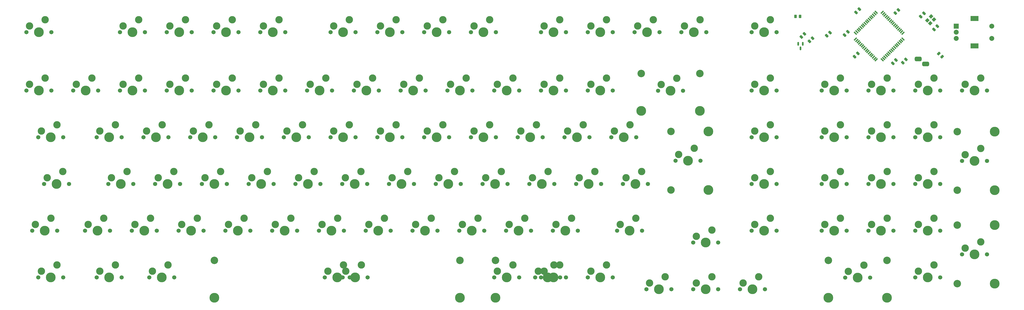
<source format=gbr>
%TF.GenerationSoftware,KiCad,Pcbnew,(6.0.4)*%
%TF.CreationDate,2022-05-16T22:22:17+02:00*%
%TF.ProjectId,pcb-rounded,7063622d-726f-4756-9e64-65642e6b6963,rev?*%
%TF.SameCoordinates,Original*%
%TF.FileFunction,Soldermask,Top*%
%TF.FilePolarity,Negative*%
%FSLAX46Y46*%
G04 Gerber Fmt 4.6, Leading zero omitted, Abs format (unit mm)*
G04 Created by KiCad (PCBNEW (6.0.4)) date 2022-05-16 22:22:17*
%MOMM*%
%LPD*%
G01*
G04 APERTURE LIST*
G04 Aperture macros list*
%AMRoundRect*
0 Rectangle with rounded corners*
0 $1 Rounding radius*
0 $2 $3 $4 $5 $6 $7 $8 $9 X,Y pos of 4 corners*
0 Add a 4 corners polygon primitive as box body*
4,1,4,$2,$3,$4,$5,$6,$7,$8,$9,$2,$3,0*
0 Add four circle primitives for the rounded corners*
1,1,$1+$1,$2,$3*
1,1,$1+$1,$4,$5*
1,1,$1+$1,$6,$7*
1,1,$1+$1,$8,$9*
0 Add four rect primitives between the rounded corners*
20,1,$1+$1,$2,$3,$4,$5,0*
20,1,$1+$1,$4,$5,$6,$7,0*
20,1,$1+$1,$6,$7,$8,$9,0*
20,1,$1+$1,$8,$9,$2,$3,0*%
%AMRotRect*
0 Rectangle, with rotation*
0 The origin of the aperture is its center*
0 $1 length*
0 $2 width*
0 $3 Rotation angle, in degrees counterclockwise*
0 Add horizontal line*
21,1,$1,$2,0,0,$3*%
G04 Aperture macros list end*
%ADD10RoundRect,0.450000X-0.950000X-0.450000X0.950000X-0.450000X0.950000X0.450000X-0.950000X0.450000X0*%
%ADD11C,1.701800*%
%ADD12C,3.987800*%
%ADD13C,3.000000*%
%ADD14RoundRect,0.250000X-0.132583X0.503814X-0.503814X0.132583X0.132583X-0.503814X0.503814X-0.132583X0*%
%ADD15RoundRect,0.250000X0.159099X-0.512652X0.512652X-0.159099X-0.159099X0.512652X-0.512652X0.159099X0*%
%ADD16RoundRect,0.250000X-0.159099X0.512652X-0.512652X0.159099X0.159099X-0.512652X0.512652X-0.159099X0*%
%ADD17C,3.048000*%
%ADD18RoundRect,0.250000X-0.503814X-0.132583X-0.132583X-0.503814X0.503814X0.132583X0.132583X0.503814X0*%
%ADD19RotRect,1.500000X0.550000X45.000000*%
%ADD20RotRect,1.500000X0.550000X135.000000*%
%ADD21RoundRect,0.250000X-0.262500X-0.450000X0.262500X-0.450000X0.262500X0.450000X-0.262500X0.450000X0*%
%ADD22RoundRect,0.150000X-0.150000X0.587500X-0.150000X-0.587500X0.150000X-0.587500X0.150000X0.587500X0*%
%ADD23RoundRect,0.250000X0.132583X-0.503814X0.503814X-0.132583X-0.132583X0.503814X-0.503814X0.132583X0*%
%ADD24RotRect,1.400000X1.200000X225.000000*%
%ADD25R,2.000000X2.000000*%
%ADD26C,2.000000*%
%ADD27R,3.200000X2.000000*%
G04 APERTURE END LIST*
D10*
%TO.C,SW1*%
X458875000Y-185531250D03*
X461875000Y-187531250D03*
%TD*%
D11*
%TO.C,MX13*%
X372586250Y-174625000D03*
X362426250Y-174625000D03*
D12*
X367506250Y-174625000D03*
D13*
X363696250Y-172085000D03*
X370046250Y-169545000D03*
%TD*%
D11*
%TO.C,MX11*%
X334486250Y-174625000D03*
D13*
X325596250Y-172085000D03*
D12*
X329406250Y-174625000D03*
D13*
X331946250Y-169545000D03*
D11*
X324326250Y-174625000D03*
%TD*%
D14*
%TO.C,R2*%
X415845235Y-177054765D03*
X414554765Y-178345235D03*
%TD*%
D13*
%TO.C,MX43*%
X284321250Y-212407500D03*
D12*
X281781250Y-217487500D03*
D11*
X276701250Y-217487500D03*
D13*
X277971250Y-214947500D03*
D11*
X286861250Y-217487500D03*
%TD*%
D12*
%TO.C,MX31*%
X443706250Y-198437500D03*
D11*
X448786250Y-198437500D03*
D13*
X446246250Y-193357500D03*
D11*
X438626250Y-198437500D03*
D13*
X439896250Y-195897500D03*
%TD*%
D11*
%TO.C,MX20*%
X190976250Y-198437500D03*
D13*
X198596250Y-193357500D03*
X192246250Y-195897500D03*
D11*
X201136250Y-198437500D03*
D12*
X196056250Y-198437500D03*
%TD*%
D13*
%TO.C,MX54*%
X174783750Y-231457500D03*
X168433750Y-233997500D03*
D11*
X177323750Y-236537500D03*
D12*
X172243750Y-236537500D03*
D11*
X167163750Y-236537500D03*
%TD*%
D13*
%TO.C,MX12*%
X344646250Y-172085000D03*
D12*
X348456250Y-174625000D03*
D11*
X353536250Y-174625000D03*
D13*
X350996250Y-169545000D03*
D11*
X343376250Y-174625000D03*
%TD*%
D13*
%TO.C,MX51*%
X110490000Y-231457500D03*
D12*
X107950000Y-236537500D03*
D11*
X102870000Y-236537500D03*
X113030000Y-236537500D03*
D13*
X104140000Y-233997500D03*
%TD*%
D15*
%TO.C,C7*%
X448468750Y-187325000D03*
X449812252Y-185981498D03*
%TD*%
D13*
%TO.C,MX77*%
X235108750Y-253047500D03*
D11*
X233838750Y-255587500D03*
X243998750Y-255587500D03*
D12*
X238918750Y-255587500D03*
D13*
X241458750Y-250507500D03*
%TD*%
D16*
%TO.C,C4*%
X434249751Y-183224249D03*
X432906249Y-184567751D03*
%TD*%
D13*
%TO.C,MX79*%
X273208750Y-253047500D03*
X279558750Y-250507500D03*
D11*
X271938750Y-255587500D03*
X282098750Y-255587500D03*
D12*
X277018750Y-255587500D03*
%TD*%
%TO.C,MX49*%
X443706250Y-217487500D03*
D13*
X439896250Y-214947500D03*
X446246250Y-212407500D03*
D11*
X448786250Y-217487500D03*
X438626250Y-217487500D03*
%TD*%
D12*
%TO.C,MX45*%
X319881250Y-217487500D03*
D11*
X324961250Y-217487500D03*
D13*
X316071250Y-214947500D03*
D11*
X314801250Y-217487500D03*
D13*
X322421250Y-212407500D03*
%TD*%
D11*
%TO.C,MX42*%
X267811250Y-217487500D03*
D12*
X262731250Y-217487500D03*
D11*
X257651250Y-217487500D03*
D13*
X265271250Y-212407500D03*
X258921250Y-214947500D03*
%TD*%
D11*
%TO.C,MX10*%
X315436250Y-174625000D03*
D13*
X306546250Y-172085000D03*
D12*
X310356250Y-174625000D03*
D11*
X305276250Y-174625000D03*
D13*
X312896250Y-169545000D03*
%TD*%
D17*
%TO.C,MX92*%
X286687500Y-267652500D03*
D12*
X286687500Y-282892500D03*
D11*
X217170000Y-274637500D03*
X224457500Y-274637500D03*
D12*
X229537500Y-274637500D03*
X222250000Y-274637500D03*
D13*
X224790000Y-269557500D03*
D17*
X272249900Y-267652500D03*
X172250100Y-267652500D03*
D11*
X234617500Y-274637500D03*
D12*
X172250100Y-282892500D03*
D13*
X232077500Y-269557500D03*
D11*
X227330000Y-274637500D03*
D13*
X225727500Y-272097500D03*
D12*
X272249900Y-282892500D03*
D13*
X218440000Y-272097500D03*
%TD*%
D15*
%TO.C,C3*%
X465259499Y-173471751D03*
X466603001Y-172128249D03*
%TD*%
D18*
%TO.C,R8*%
X467254765Y-183354765D03*
X468545235Y-184645235D03*
%TD*%
D11*
%TO.C,MX9*%
X286861250Y-174625000D03*
D13*
X277971250Y-172085000D03*
D12*
X281781250Y-174625000D03*
D13*
X284321250Y-169545000D03*
D11*
X276701250Y-174625000D03*
%TD*%
%TO.C,MX18*%
X152876250Y-198437500D03*
X163036250Y-198437500D03*
D12*
X157956250Y-198437500D03*
D13*
X160496250Y-193357500D03*
X154146250Y-195897500D03*
%TD*%
D11*
%TO.C,MX15*%
X105886250Y-198437500D03*
D13*
X103346250Y-193357500D03*
D11*
X95726250Y-198437500D03*
D12*
X100806250Y-198437500D03*
D13*
X96996250Y-195897500D03*
%TD*%
D19*
%TO.C,U1*%
X433288637Y-177414582D03*
X433854323Y-177980267D03*
X434420008Y-178545952D03*
X434985693Y-179111638D03*
X435551379Y-179677323D03*
X436117064Y-180243009D03*
X436682750Y-180808694D03*
X437248435Y-181374380D03*
X437814120Y-181940065D03*
X438379806Y-182505750D03*
X438945491Y-183071436D03*
X439511177Y-183637121D03*
X440076862Y-184202807D03*
X440642548Y-184768492D03*
X441208233Y-185334177D03*
X441773918Y-185899863D03*
D20*
X444178082Y-185899863D03*
X444743767Y-185334177D03*
X445309452Y-184768492D03*
X445875138Y-184202807D03*
X446440823Y-183637121D03*
X447006509Y-183071436D03*
X447572194Y-182505750D03*
X448137880Y-181940065D03*
X448703565Y-181374380D03*
X449269250Y-180808694D03*
X449834936Y-180243009D03*
X450400621Y-179677323D03*
X450966307Y-179111638D03*
X451531992Y-178545952D03*
X452097677Y-177980267D03*
X452663363Y-177414582D03*
D19*
X452663363Y-175010418D03*
X452097677Y-174444733D03*
X451531992Y-173879048D03*
X450966307Y-173313362D03*
X450400621Y-172747677D03*
X449834936Y-172181991D03*
X449269250Y-171616306D03*
X448703565Y-171050620D03*
X448137880Y-170484935D03*
X447572194Y-169919250D03*
X447006509Y-169353564D03*
X446440823Y-168787879D03*
X445875138Y-168222193D03*
X445309452Y-167656508D03*
X444743767Y-167090823D03*
X444178082Y-166525137D03*
D20*
X441773918Y-166525137D03*
X441208233Y-167090823D03*
X440642548Y-167656508D03*
X440076862Y-168222193D03*
X439511177Y-168787879D03*
X438945491Y-169353564D03*
X438379806Y-169919250D03*
X437814120Y-170484935D03*
X437248435Y-171050620D03*
X436682750Y-171616306D03*
X436117064Y-172181991D03*
X435551379Y-172747677D03*
X434985693Y-173313362D03*
X434420008Y-173879048D03*
X433854323Y-174444733D03*
X433288637Y-175010418D03*
%TD*%
D11*
%TO.C,MX5*%
X201136250Y-174625000D03*
D13*
X198596250Y-169545000D03*
D11*
X190976250Y-174625000D03*
D13*
X192246250Y-172085000D03*
D12*
X196056250Y-174625000D03*
%TD*%
D11*
%TO.C,MX21*%
X210026250Y-198437500D03*
D13*
X211296250Y-195897500D03*
X217646250Y-193357500D03*
D11*
X220186250Y-198437500D03*
D12*
X215106250Y-198437500D03*
%TD*%
D11*
%TO.C,MX84*%
X391001250Y-255587500D03*
D13*
X398621250Y-250507500D03*
X392271250Y-253047500D03*
D12*
X396081250Y-255587500D03*
D11*
X401161250Y-255587500D03*
%TD*%
%TO.C,MX44*%
X305911250Y-217487500D03*
D12*
X300831250Y-217487500D03*
D13*
X303371250Y-212407500D03*
X297021250Y-214947500D03*
D11*
X295751250Y-217487500D03*
%TD*%
%TO.C,MX47*%
X401161250Y-217487500D03*
D13*
X392271250Y-214947500D03*
D12*
X396081250Y-217487500D03*
D13*
X398621250Y-212407500D03*
D11*
X391001250Y-217487500D03*
%TD*%
D13*
%TO.C,MX32*%
X458946250Y-195897500D03*
D11*
X457676250Y-198437500D03*
X467836250Y-198437500D03*
D12*
X462756250Y-198437500D03*
D13*
X465296250Y-193357500D03*
%TD*%
D12*
%TO.C,MX91*%
X150812500Y-274637500D03*
D11*
X155892500Y-274637500D03*
X145732500Y-274637500D03*
D13*
X147002500Y-272097500D03*
X153352500Y-269557500D03*
%TD*%
%TO.C,MX36*%
X144621250Y-214947500D03*
X150971250Y-212407500D03*
D11*
X153511250Y-217487500D03*
D12*
X148431250Y-217487500D03*
D11*
X143351250Y-217487500D03*
%TD*%
%TO.C,MX71*%
X129698750Y-255587500D03*
X119538750Y-255587500D03*
D13*
X127158750Y-250507500D03*
D12*
X124618750Y-255587500D03*
D13*
X120808750Y-253047500D03*
%TD*%
D12*
%TO.C,MX80*%
X296068750Y-255587500D03*
D11*
X290988750Y-255587500D03*
X301148750Y-255587500D03*
D13*
X292258750Y-253047500D03*
X298608750Y-250507500D03*
%TD*%
D21*
%TO.C,R7*%
X408887500Y-168200000D03*
X410712500Y-168200000D03*
%TD*%
D11*
%TO.C,MX89*%
X110648750Y-274637500D03*
X100488750Y-274637500D03*
D13*
X101758750Y-272097500D03*
X108108750Y-269557500D03*
D12*
X105568750Y-274637500D03*
%TD*%
D13*
%TO.C,MX66*%
X427196250Y-231457500D03*
D11*
X419576250Y-236537500D03*
D13*
X420846250Y-233997500D03*
D12*
X424656250Y-236537500D03*
D11*
X429736250Y-236537500D03*
%TD*%
%TO.C,MX3*%
X152876250Y-174625000D03*
D12*
X157956250Y-174625000D03*
D13*
X160496250Y-169545000D03*
D11*
X163036250Y-174625000D03*
D13*
X154146250Y-172085000D03*
%TD*%
%TO.C,MX61*%
X308133750Y-231457500D03*
D11*
X310673750Y-236537500D03*
X300513750Y-236537500D03*
D12*
X305593750Y-236537500D03*
D13*
X301783750Y-233997500D03*
%TD*%
%TO.C,MX100*%
X458946250Y-272097500D03*
D11*
X457676250Y-274637500D03*
D12*
X462756250Y-274637500D03*
D13*
X465296250Y-269557500D03*
D11*
X467836250Y-274637500D03*
%TD*%
D13*
%TO.C,MX86*%
X439896250Y-253047500D03*
X446246250Y-250507500D03*
D11*
X438626250Y-255587500D03*
D12*
X443706250Y-255587500D03*
D11*
X448786250Y-255587500D03*
%TD*%
%TO.C,MX39*%
X210661250Y-217487500D03*
X200501250Y-217487500D03*
D12*
X205581250Y-217487500D03*
D13*
X208121250Y-212407500D03*
X201771250Y-214947500D03*
%TD*%
D12*
%TO.C,MX87*%
X462756250Y-255587500D03*
D13*
X458946250Y-253047500D03*
X465296250Y-250507500D03*
D11*
X467836250Y-255587500D03*
X457676250Y-255587500D03*
%TD*%
D13*
%TO.C,MX83*%
X368458750Y-257810000D03*
D11*
X367188750Y-260350000D03*
D12*
X372268750Y-260350000D03*
D13*
X374808750Y-255270000D03*
D11*
X377348750Y-260350000D03*
%TD*%
D12*
%TO.C,MX78*%
X257968750Y-255587500D03*
D13*
X254158750Y-253047500D03*
D11*
X252888750Y-255587500D03*
X263048750Y-255587500D03*
D13*
X260508750Y-250507500D03*
%TD*%
%TO.C,MX40*%
X227171250Y-212407500D03*
D11*
X219551250Y-217487500D03*
D12*
X224631250Y-217487500D03*
D13*
X220821250Y-214947500D03*
D11*
X229711250Y-217487500D03*
%TD*%
D12*
%TO.C,MX81*%
X315118750Y-255587500D03*
D13*
X311308750Y-253047500D03*
D11*
X310038750Y-255587500D03*
D13*
X317658750Y-250507500D03*
D11*
X320198750Y-255587500D03*
%TD*%
D13*
%TO.C,MX25*%
X287496250Y-195897500D03*
D11*
X286226250Y-198437500D03*
X296386250Y-198437500D03*
D13*
X293846250Y-193357500D03*
D12*
X291306250Y-198437500D03*
%TD*%
D16*
%TO.C,C8*%
X422946751Y-174746999D03*
X421603249Y-176090501D03*
%TD*%
D11*
%TO.C,MX52*%
X129063750Y-236537500D03*
X139223750Y-236537500D03*
D13*
X130333750Y-233997500D03*
X136683750Y-231457500D03*
D12*
X134143750Y-236537500D03*
%TD*%
D11*
%TO.C,MX28*%
X363061250Y-198503639D03*
D12*
X357981250Y-198503639D03*
X346043250Y-206692500D03*
D13*
X354171250Y-195963639D03*
D17*
X346043250Y-191452500D03*
D12*
X369919250Y-206692500D03*
D13*
X360521250Y-193423639D03*
D11*
X352901250Y-198503639D03*
D17*
X369919250Y-191452500D03*
%TD*%
D13*
%TO.C,MX97*%
X368458750Y-276860000D03*
D11*
X367188750Y-279400000D03*
D13*
X374808750Y-274320000D03*
D11*
X377348750Y-279400000D03*
D12*
X372268750Y-279400000D03*
%TD*%
D13*
%TO.C,MX63*%
X346233750Y-231457500D03*
X339883750Y-233997500D03*
D11*
X348773750Y-236537500D03*
X338613750Y-236537500D03*
D12*
X343693750Y-236537500D03*
%TD*%
D11*
%TO.C,MX16*%
X114776250Y-198437500D03*
X124936250Y-198437500D03*
D13*
X122396250Y-193357500D03*
X116046250Y-195897500D03*
D12*
X119856250Y-198437500D03*
%TD*%
D13*
%TO.C,MX76*%
X216058750Y-253047500D03*
X222408750Y-250507500D03*
D11*
X214788750Y-255587500D03*
D12*
X219868750Y-255587500D03*
D11*
X224948750Y-255587500D03*
%TD*%
D12*
%TO.C,MX14*%
X396081250Y-174625000D03*
D11*
X401161250Y-174625000D03*
D13*
X398621250Y-169545000D03*
D11*
X391001250Y-174625000D03*
D13*
X392271250Y-172085000D03*
%TD*%
%TO.C,MX65*%
X398621250Y-231457500D03*
X392271250Y-233997500D03*
D11*
X401161250Y-236537500D03*
D12*
X396081250Y-236537500D03*
D11*
X391001250Y-236537500D03*
%TD*%
D22*
%TO.C,Q1*%
X411850000Y-179362500D03*
X409950000Y-179362500D03*
X410900000Y-181237500D03*
%TD*%
D13*
%TO.C,MX75*%
X197008750Y-253047500D03*
X203358750Y-250507500D03*
D11*
X195738750Y-255587500D03*
D12*
X200818750Y-255587500D03*
D11*
X205898750Y-255587500D03*
%TD*%
D13*
%TO.C,MX50*%
X465296250Y-212407500D03*
X458946250Y-214947500D03*
D11*
X457676250Y-217487500D03*
X467836250Y-217487500D03*
D12*
X462756250Y-217487500D03*
%TD*%
D13*
%TO.C,MX70*%
X99377500Y-253047500D03*
D11*
X108267500Y-255587500D03*
D13*
X105727500Y-250507500D03*
D12*
X103187500Y-255587500D03*
D11*
X98107500Y-255587500D03*
%TD*%
D23*
%TO.C,R1*%
X452586015Y-187027970D03*
X453876485Y-185737500D03*
%TD*%
D11*
%TO.C,MX33*%
X486886250Y-198437500D03*
D13*
X484346250Y-193357500D03*
D11*
X476726250Y-198437500D03*
D12*
X481806250Y-198437500D03*
D13*
X477996250Y-195897500D03*
%TD*%
D11*
%TO.C,MX72*%
X138588750Y-255587500D03*
D13*
X146208750Y-250507500D03*
X139858750Y-253047500D03*
D12*
X143668750Y-255587500D03*
D11*
X148748750Y-255587500D03*
%TD*%
%TO.C,MX94*%
X315436250Y-274637500D03*
X313055000Y-274637500D03*
D12*
X310356250Y-274637500D03*
D13*
X304165000Y-272097500D03*
X306546250Y-272097500D03*
X310515000Y-269557500D03*
D11*
X305276250Y-274637500D03*
D13*
X312896250Y-269557500D03*
D12*
X307975000Y-274637500D03*
D11*
X302895000Y-274637500D03*
%TD*%
D13*
%TO.C,MX74*%
X184308750Y-250507500D03*
D11*
X186848750Y-255587500D03*
D12*
X181768750Y-255587500D03*
D11*
X176688750Y-255587500D03*
D13*
X177958750Y-253047500D03*
%TD*%
D15*
%TO.C,C6*%
X433509499Y-166565501D03*
X434853001Y-165221999D03*
%TD*%
D23*
%TO.C,R3*%
X411254765Y-176545235D03*
X412545235Y-175254765D03*
%TD*%
D13*
%TO.C,MX6*%
X227171250Y-169545000D03*
D11*
X229711250Y-174625000D03*
X219551250Y-174625000D03*
D12*
X224631250Y-174625000D03*
D13*
X220821250Y-172085000D03*
%TD*%
%TO.C,MX19*%
X179546250Y-193357500D03*
X173196250Y-195897500D03*
D12*
X177006250Y-198437500D03*
D11*
X171926250Y-198437500D03*
X182086250Y-198437500D03*
%TD*%
D24*
%TO.C,Y1*%
X464108027Y-168221142D03*
X462552392Y-169776777D03*
X463754473Y-170978858D03*
X465310108Y-169423223D03*
%TD*%
D13*
%TO.C,MX90*%
X131921250Y-269557500D03*
D12*
X129381250Y-274637500D03*
D13*
X125571250Y-272097500D03*
D11*
X134461250Y-274637500D03*
X124301250Y-274637500D03*
%TD*%
D23*
%TO.C,R6*%
X449499515Y-166845235D03*
X450789985Y-165554765D03*
%TD*%
D11*
%TO.C,MX69*%
X486886250Y-227078639D03*
X476726250Y-227078639D03*
D12*
X489995111Y-215140639D03*
D17*
X474755111Y-215140639D03*
D13*
X477996250Y-224538639D03*
X484346250Y-221998639D03*
D12*
X481806250Y-227078639D03*
D17*
X474755111Y-239016639D03*
D12*
X489995111Y-239016639D03*
%TD*%
D11*
%TO.C,MX30*%
X429736250Y-198437500D03*
D13*
X420846250Y-195897500D03*
X427196250Y-193357500D03*
D12*
X424656250Y-198437500D03*
D11*
X419576250Y-198437500D03*
%TD*%
D13*
%TO.C,MX85*%
X427196250Y-250507500D03*
D11*
X419576250Y-255587500D03*
D13*
X420846250Y-253047500D03*
D11*
X429736250Y-255587500D03*
D12*
X424656250Y-255587500D03*
%TD*%
D11*
%TO.C,MX73*%
X157638750Y-255587500D03*
X167798750Y-255587500D03*
D13*
X165258750Y-250507500D03*
X158908750Y-253047500D03*
D12*
X162718750Y-255587500D03*
%TD*%
%TO.C,MX57*%
X229393750Y-236537500D03*
D13*
X225583750Y-233997500D03*
X231933750Y-231457500D03*
D11*
X234473750Y-236537500D03*
X224313750Y-236537500D03*
%TD*%
%TO.C,MX48*%
X419576250Y-217487500D03*
D12*
X424656250Y-217487500D03*
D11*
X429736250Y-217487500D03*
D13*
X427196250Y-212407500D03*
X420846250Y-214947500D03*
%TD*%
%TO.C,MX95*%
X325596250Y-272097500D03*
D12*
X329406250Y-274637500D03*
D11*
X334486250Y-274637500D03*
D13*
X331946250Y-269557500D03*
D11*
X324326250Y-274637500D03*
%TD*%
%TO.C,MX98*%
X396398750Y-279400000D03*
D12*
X391318750Y-279400000D03*
D13*
X387508750Y-276860000D03*
D11*
X386238750Y-279400000D03*
D13*
X393858750Y-274320000D03*
%TD*%
%TO.C,MX55*%
X193833750Y-231457500D03*
D12*
X191293750Y-236537500D03*
D13*
X187483750Y-233997500D03*
D11*
X196373750Y-236537500D03*
X186213750Y-236537500D03*
%TD*%
D13*
%TO.C,MX60*%
X289083750Y-231457500D03*
D11*
X281463750Y-236537500D03*
X291623750Y-236537500D03*
D12*
X286543750Y-236537500D03*
D13*
X282733750Y-233997500D03*
%TD*%
D11*
%TO.C,MX99*%
X429101250Y-274703639D03*
X439261250Y-274703639D03*
D12*
X434181250Y-274703639D03*
D17*
X422243250Y-267652500D03*
D12*
X422243250Y-282892500D03*
D17*
X446119250Y-267652500D03*
D13*
X436721250Y-269623639D03*
D12*
X446119250Y-282892500D03*
D13*
X430371250Y-272163639D03*
%TD*%
%TO.C,MX7*%
X246221250Y-169545000D03*
D12*
X243681250Y-174625000D03*
D11*
X238601250Y-174625000D03*
D13*
X239871250Y-172085000D03*
D11*
X248761250Y-174625000D03*
%TD*%
D15*
%TO.C,C5*%
X428873999Y-175804751D03*
X430217501Y-174461249D03*
%TD*%
D13*
%TO.C,MX37*%
X163671250Y-214947500D03*
D11*
X172561250Y-217487500D03*
D12*
X167481250Y-217487500D03*
D11*
X162401250Y-217487500D03*
D13*
X170021250Y-212407500D03*
%TD*%
D11*
%TO.C,MX96*%
X358298750Y-279400000D03*
D13*
X349408750Y-276860000D03*
D12*
X353218750Y-279400000D03*
D13*
X355758750Y-274320000D03*
D11*
X348138750Y-279400000D03*
%TD*%
D12*
%TO.C,MX4*%
X177006250Y-174625000D03*
D11*
X182086250Y-174625000D03*
D13*
X173196250Y-172085000D03*
D11*
X171926250Y-174625000D03*
D13*
X179546250Y-169545000D03*
%TD*%
D11*
%TO.C,MX56*%
X205263750Y-236537500D03*
D13*
X206533750Y-233997500D03*
D12*
X210343750Y-236537500D03*
D11*
X215423750Y-236537500D03*
D13*
X212883750Y-231457500D03*
%TD*%
D11*
%TO.C,MX46*%
X333851250Y-217487500D03*
X344011250Y-217487500D03*
D12*
X338931250Y-217487500D03*
D13*
X341471250Y-212407500D03*
X335121250Y-214947500D03*
%TD*%
D11*
%TO.C,MX22*%
X229076250Y-198437500D03*
D13*
X236696250Y-193357500D03*
D11*
X239236250Y-198437500D03*
D12*
X234156250Y-198437500D03*
D13*
X230346250Y-195897500D03*
%TD*%
D11*
%TO.C,MX38*%
X191611250Y-217487500D03*
D13*
X189071250Y-212407500D03*
D11*
X181451250Y-217487500D03*
D13*
X182721250Y-214947500D03*
D12*
X186531250Y-217487500D03*
%TD*%
D11*
%TO.C,MX23*%
X258286250Y-198437500D03*
D12*
X253206250Y-198437500D03*
D13*
X255746250Y-193357500D03*
X249396250Y-195897500D03*
D11*
X248126250Y-198437500D03*
%TD*%
D13*
%TO.C,MX27*%
X331946250Y-193357500D03*
X325596250Y-195897500D03*
D12*
X329406250Y-198437500D03*
D11*
X324326250Y-198437500D03*
X334486250Y-198437500D03*
%TD*%
D13*
%TO.C,MX1*%
X96996250Y-172085000D03*
D11*
X105886250Y-174625000D03*
D12*
X100806250Y-174625000D03*
D13*
X103346250Y-169545000D03*
D11*
X95726250Y-174625000D03*
%TD*%
D25*
%TO.C,SW2*%
X474306250Y-172125000D03*
D26*
X474306250Y-177125000D03*
X474306250Y-174625000D03*
D27*
X481806250Y-180225000D03*
X481806250Y-169025000D03*
D26*
X488806250Y-177125000D03*
X488806250Y-172125000D03*
%TD*%
D12*
%TO.C,MX93*%
X291306250Y-274637500D03*
D11*
X296386250Y-274637500D03*
D13*
X287496250Y-272097500D03*
D11*
X286226250Y-274637500D03*
D13*
X293846250Y-269557500D03*
%TD*%
%TO.C,MX67*%
X439896250Y-233997500D03*
D11*
X448786250Y-236537500D03*
D13*
X446246250Y-231457500D03*
D12*
X443706250Y-236537500D03*
D11*
X438626250Y-236537500D03*
%TD*%
D12*
%TO.C,MX8*%
X262731250Y-174625000D03*
D13*
X258921250Y-172085000D03*
X265271250Y-169545000D03*
D11*
X267811250Y-174625000D03*
X257651250Y-174625000D03*
%TD*%
D12*
%TO.C,MX88*%
X481806250Y-265178639D03*
D11*
X476726250Y-265178639D03*
D12*
X489995111Y-277116639D03*
D17*
X474755111Y-253240639D03*
D11*
X486886250Y-265178639D03*
D13*
X484346250Y-260098639D03*
X477996250Y-262638639D03*
D17*
X474755111Y-277116639D03*
D12*
X489995111Y-253240639D03*
%TD*%
D13*
%TO.C,MX41*%
X246221250Y-212407500D03*
D12*
X243681250Y-217487500D03*
D13*
X239871250Y-214947500D03*
D11*
X238601250Y-217487500D03*
X248761250Y-217487500D03*
%TD*%
D16*
%TO.C,C2*%
X461203001Y-166928249D03*
X459859499Y-168271751D03*
%TD*%
D11*
%TO.C,MX17*%
X143986250Y-198437500D03*
X133826250Y-198437500D03*
D13*
X141446250Y-193357500D03*
X135096250Y-195897500D03*
D12*
X138906250Y-198437500D03*
%TD*%
D13*
%TO.C,MX26*%
X312896250Y-193357500D03*
D11*
X305276250Y-198437500D03*
D13*
X306546250Y-195897500D03*
D12*
X310356250Y-198437500D03*
D11*
X315436250Y-198437500D03*
%TD*%
D13*
%TO.C,MX82*%
X343852500Y-250507500D03*
D12*
X341312500Y-255587500D03*
D11*
X336232500Y-255587500D03*
D13*
X337502500Y-253047500D03*
D11*
X346392500Y-255587500D03*
%TD*%
D13*
%TO.C,MX62*%
X327183750Y-231457500D03*
X320833750Y-233997500D03*
D11*
X329723750Y-236537500D03*
D12*
X324643750Y-236537500D03*
D11*
X319563750Y-236537500D03*
%TD*%
D12*
%TO.C,MX34*%
X105568750Y-217487500D03*
D13*
X101758750Y-214947500D03*
D11*
X110648750Y-217487500D03*
X100488750Y-217487500D03*
D13*
X108108750Y-212407500D03*
%TD*%
D11*
%TO.C,MX68*%
X457676250Y-236537500D03*
D13*
X465296250Y-231457500D03*
D11*
X467836250Y-236537500D03*
D12*
X462756250Y-236537500D03*
D13*
X458946250Y-233997500D03*
%TD*%
D11*
%TO.C,MX24*%
X267176250Y-198437500D03*
X277336250Y-198437500D03*
D12*
X272256250Y-198437500D03*
D13*
X268446250Y-195897500D03*
X274796250Y-193357500D03*
%TD*%
D11*
%TO.C,MX29*%
X401161250Y-198437500D03*
D13*
X398621250Y-193357500D03*
D11*
X391001250Y-198437500D03*
D12*
X396081250Y-198437500D03*
D13*
X392271250Y-195897500D03*
%TD*%
D12*
%TO.C,MX35*%
X129381250Y-217487500D03*
D13*
X131921250Y-212407500D03*
D11*
X134461250Y-217487500D03*
D13*
X125571250Y-214947500D03*
D11*
X124301250Y-217487500D03*
%TD*%
D17*
%TO.C,MX64*%
X358140000Y-238950500D03*
D11*
X360045000Y-227012500D03*
D12*
X373380000Y-215074500D03*
D13*
X361315000Y-224472500D03*
X367665000Y-221932500D03*
D12*
X365125000Y-227012500D03*
D17*
X358140000Y-215074500D03*
D11*
X370205000Y-227012500D03*
D12*
X373380000Y-238950500D03*
%TD*%
D11*
%TO.C,MX58*%
X253523750Y-236537500D03*
D13*
X244633750Y-233997500D03*
D12*
X248443750Y-236537500D03*
D13*
X250983750Y-231457500D03*
D11*
X243363750Y-236537500D03*
%TD*%
D13*
%TO.C,MX53*%
X149383750Y-233997500D03*
X155733750Y-231457500D03*
D12*
X153193750Y-236537500D03*
D11*
X158273750Y-236537500D03*
X148113750Y-236537500D03*
%TD*%
D13*
%TO.C,MX2*%
X141446250Y-169545000D03*
D11*
X143986250Y-174625000D03*
D12*
X138906250Y-174625000D03*
D13*
X135096250Y-172085000D03*
D11*
X133826250Y-174625000D03*
%TD*%
D12*
%TO.C,MX59*%
X267493750Y-236537500D03*
D13*
X263683750Y-233997500D03*
D11*
X272573750Y-236537500D03*
X262413750Y-236537500D03*
D13*
X270033750Y-231457500D03*
%TD*%
M02*

</source>
